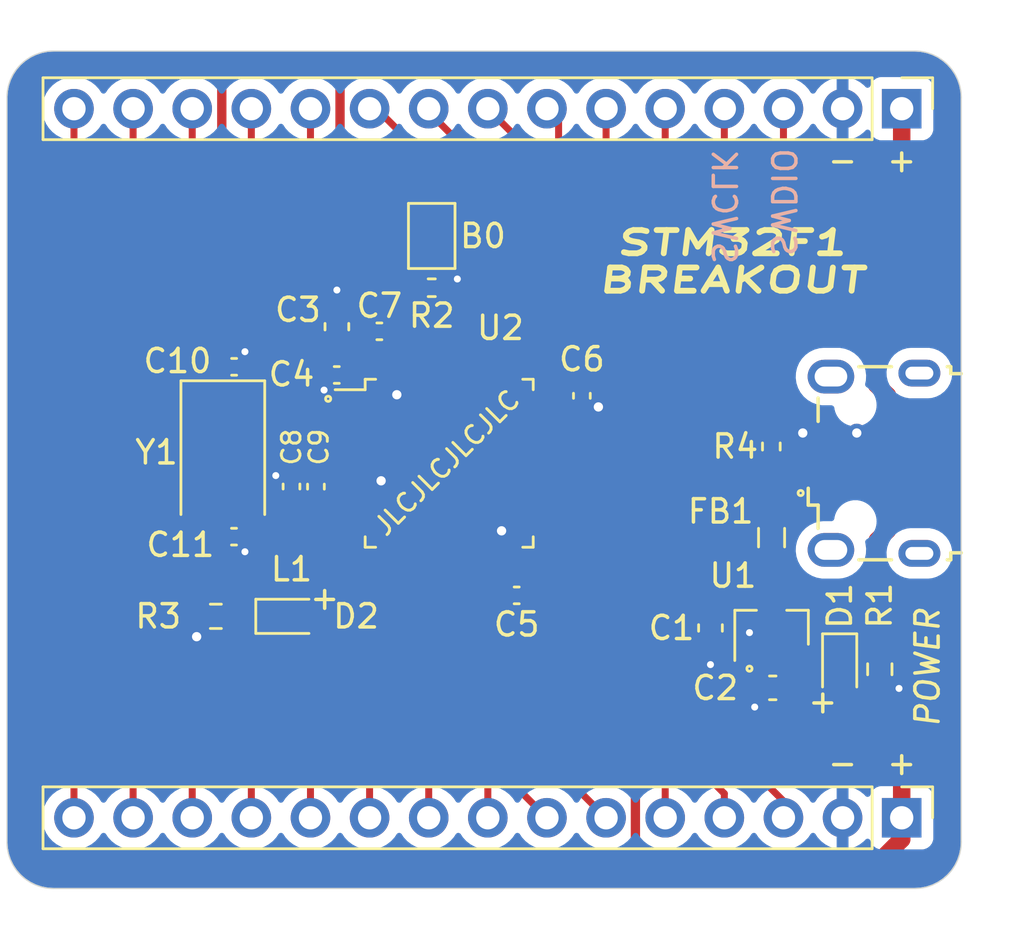
<source format=kicad_pcb>
(kicad_pcb (version 20221018) (generator pcbnew)
  (layers (0 "F.Cu" signal) (31 "B.Cu" signal) (34 "B.Paste" user) (35 "F.Paste" user) (36 "B.SilkS" user "B.Silkscreen") (37 "F.SilkS" user "F.Silkscreen") (38 "B.Mask" user) (39 "F.Mask" user) (44 "Edge.Cuts" user))
  (net 0 "")
  (net 1 "GND")
  (net 2 "VCC")
  (net 3 "+3.3V")
  (net 4 "+3.3VA")
  (net 5 "/HSE_OUT")
  (net 6 "/HSE_IN")
  (net 7 "Net-(D1-K)")
  (net 8 "Net-(D2-K)")
  (net 9 "Net-(D2-A)")
  (net 10 "+5V")
  (net 11 "USB_D+")
  (net 12 "USB_D-")
  (net 13 "PC15")
  (net 14 "PC14")
  (net 15 "PC13")
  (net 16 "PB9")
  (net 17 "PB8")
  (net 18 "PB7")
  (net 19 "PB6")
  (net 20 "PB5")
  (net 21 "PB4")
  (net 22 "SWO")
  (net 23 "SWDIO")
  (net 24 "SWCLK")
  (net 25 "PA3")
  (net 26 "PA4")
  (net 27 "PA5")
  (net 28 "PA6")
  (net 29 "PA7")
  (net 30 "PB0")
  (net 31 "PB1")
  (net 32 "PB2")
  (net 33 "PB10")
  (net 34 "PB11")
  (net 35 "PA8")
  (net 36 "PA9")
  (net 37 "PA10")
  (net 38 "/BOOT0")
  (net 39 "PA15")
  (footprint "Capacitor_SMD:C_0603_1608Metric" (layer "F.Cu") (at 83.225 52.8 -90)
    (fp_text reference "C1" (at 0 1.675) (layer "F.SilkS"))
    (fp_text value "1u")
    (pad "1" smd roundrect (at -0.775 0 270) (size 0.9 0.95) (layers "F.Cu" "F.Paste" "F.Mask") (net 2 "VCC"))
    (pad "2" smd roundrect (at 0.775 0 270) (size 0.9 0.95) (layers "F.Cu" "F.Paste" "F.Mask") (net 1 "GND"))
  )
  (footprint "Capacitor_SMD:C_0603_1608Metric" (layer "F.Cu") (at 85.9 55.375 180)
    (fp_text reference "C2" (at 2.47 -0.005) (layer "F.SilkS"))
    (fp_text value "1u")
    (pad "1" smd roundrect (at -0.775 0 180) (size 0.9 0.95) (layers "F.Cu" "F.Paste" "F.Mask") (net 3 "+3.3V"))
    (pad "2" smd roundrect (at 0.775 0 180) (size 0.9 0.95) (layers "F.Cu" "F.Paste" "F.Mask") (net 1 "GND"))
  )
  (footprint "Capacitor_SMD:C_0603_1608Metric" (layer "F.Cu") (at 67.175 39.85 90)
    (fp_text reference "C3" (at 0.725 -1.675 180) (layer "F.SilkS"))
    (fp_text value "4u7")
    (pad "1" smd roundrect (at -0.775 0 90) (size 0.9 0.95) (layers "F.Cu" "F.Paste" "F.Mask") (net 3 "+3.3V"))
    (pad "2" smd roundrect (at 0.775 0 90) (size 0.9 0.95) (layers "F.Cu" "F.Paste" "F.Mask") (net 1 "GND"))
  )
  (footprint "Capacitor_SMD:C_0402_1005Metric" (layer "F.Cu") (at 67.17 41.925 180)
    (fp_text reference "C4" (at 1.945 0.025 180) (layer "F.SilkS"))
    (fp_text value "100n")
    (pad "1" smd roundrect (at -0.48 0 180) (size 0.56 0.62) (layers "F.Cu" "F.Paste" "F.Mask") (net 3 "+3.3V"))
    (pad "2" smd roundrect (at 0.48 0 180) (size 0.56 0.62) (layers "F.Cu" "F.Paste" "F.Mask") (net 1 "GND"))
  )
  (footprint "Capacitor_SMD:C_0402_1005Metric" (layer "F.Cu") (at 74.9 51.4 180)
    (fp_text reference "C5" (at 0 -1.25) (layer "F.SilkS"))
    (fp_text value "100n")
    (pad "1" smd roundrect (at -0.48 0 180) (size 0.56 0.62) (layers "F.Cu" "F.Paste" "F.Mask") (net 3 "+3.3V"))
    (pad "2" smd roundrect (at 0.48 0 180) (size 0.56 0.62) (layers "F.Cu" "F.Paste" "F.Mask") (net 1 "GND"))
  )
  (footprint "Capacitor_SMD:C_0402_1005Metric" (layer "F.Cu") (at 77.7 42.82 -90)
    (fp_text reference "C6" (at -1.57 0 180) (layer "F.SilkS"))
    (fp_text value "100n")
    (pad "1" smd roundrect (at -0.48 0 270) (size 0.56 0.62) (layers "F.Cu" "F.Paste" "F.Mask") (net 3 "+3.3V"))
    (pad "2" smd roundrect (at 0.48 0 270) (size 0.56 0.62) (layers "F.Cu" "F.Paste" "F.Mask") (net 1 "GND"))
  )
  (footprint "Capacitor_SMD:C_0402_1005Metric" (layer "F.Cu") (at 69 40.05)
    (fp_text reference "C7" (at 0 -1.1) (layer "F.SilkS"))
    (fp_text value "100n")
    (pad "1" smd roundrect (at -0.48 0) (size 0.56 0.62) (layers "F.Cu" "F.Paste" "F.Mask") (net 3 "+3.3V"))
    (pad "2" smd roundrect (at 0.48 0) (size 0.56 0.62) (layers "F.Cu" "F.Paste" "F.Mask") (net 1 "GND"))
  )
  (footprint "Capacitor_SMD:C_0402_1005Metric" (layer "F.Cu") (at 65.225 46.72 90)
    (fp_text reference "C8" (at 1.695 0 90) (layer "F.SilkS") (effects (font (size 0.8 0.8) (thickness 0.125))))
    (fp_text value "1u")
    (pad "1" smd roundrect (at -0.48 0 90) (size 0.56 0.62) (layers "F.Cu" "F.Paste" "F.Mask") (net 4 "+3.3VA"))
    (pad "2" smd roundrect (at 0.48 0 90) (size 0.56 0.62) (layers "F.Cu" "F.Paste" "F.Mask") (net 1 "GND"))
  )
  (footprint "Capacitor_SMD:C_0402_1005Metric" (layer "F.Cu") (at 62.76 41.575)
    (fp_text reference "C10" (at -2.435 -0.25) (layer "F.SilkS"))
    (fp_text value "30p")
    (pad "1" smd roundrect (at -0.48 0) (size 0.56 0.62) (layers "F.Cu" "F.Paste" "F.Mask") (net 5 "/HSE_OUT"))
    (pad "2" smd roundrect (at 0.48 0) (size 0.56 0.62) (layers "F.Cu" "F.Paste" "F.Mask") (net 1 "GND"))
  )
  (footprint "Capacitor_SMD:C_0402_1005Metric" (layer "F.Cu") (at 62.755 48.875)
    (fp_text reference "C11" (at -2.305 0.35) (layer "F.SilkS"))
    (fp_text value "30p")
    (pad "1" smd roundrect (at -0.48 0) (size 0.56 0.62) (layers "F.Cu" "F.Paste" "F.Mask") (net 6 "/HSE_IN"))
    (pad "2" smd roundrect (at 0.48 0) (size 0.56 0.62) (layers "F.Cu" "F.Paste" "F.Mask") (net 1 "GND"))
  )
  (footprint "LED_SMD:LED_0603_1608Metric" (layer "F.Cu") (at 88.775 54.5375 -90)
    (fp_text reference "D1" (at -2.6875 -0.005 90) (layer "F.SilkS"))
    (fp_text value "GREEN")
    (pad "1" smd roundrect (at -0.7875 0 270) (size 0.875 0.95) (layers "F.Cu" "F.Paste" "F.Mask") (net 7 "Net-(D1-K)"))
    (pad "2" smd roundrect (at 0.7875 0 270) (size 0.875 0.95) (layers "F.Cu" "F.Paste" "F.Mask") (net 3 "+3.3V"))
  )
  (footprint "LED_SMD:LED_0603_1608Metric" (layer "F.Cu") (at 65.175 52.3)
    (fp_text reference "D2" (at 2.825 0) (layer "F.SilkS"))
    (fp_text value "BLUE")
    (pad "1" smd roundrect (at -0.7875 0) (size 0.875 0.95) (layers "F.Cu" "F.Paste" "F.Mask") (net 8 "Net-(D2-K)"))
    (pad "2" smd roundrect (at 0.7875 0) (size 0.875 0.95) (layers "F.Cu" "F.Paste" "F.Mask") (net 9 "Net-(D2-A)"))
  )
  (footprint "Inductor_SMD:L_0805_2012Metric" (layer "F.Cu") (at 85.85 48.9175 90)
    (fp_text reference "FB1" (at 1.1275 -2.19) (layer "F.SilkS"))
    (fp_text value "100R")
    (pad "1" smd roundrect (at -1.0625 0 90) (size 0.875 1.2) (layers "F.Cu" "F.Paste" "F.Mask") (net 2 "VCC"))
    (pad "2" smd roundrect (at 1.0625 0 90) (size 0.875 1.2) (layers "F.Cu" "F.Paste" "F.Mask") (net 10 "+5V"))
  )
  (footprint "Connector_PinHeader_2.54mm:PinHeader_1x15_P2.54mm_Vertical" (layer "F.Cu") (at 91.44 30.48 -90)
    (fp_text reference "J2")
    (fp_text value "Conn_01x15")
    (pad "1" thru_hole rect (at 0 0 270) (size 1.7 1.7) (drill 1) (layers "*.Cu" "*.Mask") (net 3 "+3.3V"))
    (pad "2" thru_hole oval (at 0 2.54 270) (size 1.7 1.7) (drill 1) (layers "*.Cu" "*.Mask") (net 1 "GND"))
    (pad "3" thru_hole oval (at 0 5.08 270) (size 1.7 1.7) (drill 1) (layers "*.Cu" "*.Mask") (net 23 "SWDIO"))
    (pad "4" thru_hole oval (at 0 7.62 270) (size 1.7 1.7) (drill 1) (layers "*.Cu" "*.Mask") (net 24 "SWCLK"))
    (pad "5" thru_hole oval (at 0 10.16 270) (size 1.7 1.7) (drill 1) (layers "*.Cu" "*.Mask") (net 39 "PA15"))
    (pad "6" thru_hole oval (at 0 12.7 270) (size 1.7 1.7) (drill 1) (layers "*.Cu" "*.Mask") (net 22 "SWO"))
    (pad "7" thru_hole oval (at 0 15.24 270) (size 1.7 1.7) (drill 1) (layers "*.Cu" "*.Mask") (net 21 "PB4"))
    (pad "8" thru_hole oval (at 0 17.78 270) (size 1.7 1.7) (drill 1) (layers "*.Cu" "*.Mask") (net 20 "PB5"))
    (pad "9" thru_hole oval (at 0 20.32 270) (size 1.7 1.7) (drill 1) (layers "*.Cu" "*.Mask") (net 19 "PB6"))
    (pad "10" thru_hole oval (at 0 22.86 270) (size 1.7 1.7) (drill 1) (layers "*.Cu" "*.Mask") (net 18 "PB7"))
    (pad "11" thru_hole oval (at 0 25.4 270) (size 1.7 1.7) (drill 1) (layers "*.Cu" "*.Mask") (net 17 "PB8"))
    (pad "12" thru_hole oval (at 0 27.94 270) (size 1.7 1.7) (drill 1) (layers "*.Cu" "*.Mask") (net 16 "PB9"))
    (pad "13" thru_hole oval (at 0 30.48 270) (size 1.7 1.7) (drill 1) (layers "*.Cu" "*.Mask") (net 15 "PC13"))
    (pad "14" thru_hole oval (at 0 33.02 270) (size 1.7 1.7) (drill 1) (layers "*.Cu" "*.Mask") (net 14 "PC14"))
    (pad "15" thru_hole oval (at 0 35.56 270) (size 1.7 1.7) (drill 1) (layers "*.Cu" "*.Mask") (net 13 "PC15"))
  )
  (footprint "Jumper:SolderJumper-2_P1.3mm_Open_Pad1.0x1.5mm" (layer "F.Cu") (at 71.25 35.95 -90)
    (fp_text reference "JP1")
    (fp_text value "SolderJumper_2_Open")
    (pad "1" smd rect (at -0.65 0 270) (size 1 1.5) (layers "F.Cu" "F.Mask") (net 3 "+3.3V"))
    (pad "2" smd rect (at 0.65 0 270) (size 1 1.5) (layers "F.Cu" "F.Mask") (net 38 "/BOOT0"))
  )
  (footprint "Inductor_SMD:L_0402_1005Metric" (layer "F.Cu") (at 65.225 48.685 90)
    (fp_text reference "L1" (at -1.59 0 180) (layer "F.SilkS"))
    (fp_text value "27n")
    (pad "1" smd roundrect (at -0.485 0 90) (size 0.59 0.64) (layers "F.Cu" "F.Paste" "F.Mask") (net 3 "+3.3V"))
    (pad "2" smd roundrect (at 0.485 0 90) (size 0.59 0.64) (layers "F.Cu" "F.Paste" "F.Mask") (net 4 "+3.3VA"))
  )
  (footprint "Resistor_SMD:R_0603_1608Metric" (layer "F.Cu") (at 90.5 54.575 -90)
    (fp_text reference "R1" (at -2.735 0.01 90) (layer "F.SilkS"))
    (fp_text value "1k5")
    (pad "1" smd roundrect (at -0.825 0 270) (size 0.8 0.95) (layers "F.Cu" "F.Paste" "F.Mask") (net 7 "Net-(D1-K)"))
    (pad "2" smd roundrect (at 0.825 0 270) (size 0.8 0.95) (layers "F.Cu" "F.Paste" "F.Mask") (net 1 "GND"))
  )
  (footprint "Resistor_SMD:R_0402_1005Metric" (layer "F.Cu") (at 71.25 38.175)
    (fp_text reference "R2" (at 0 1.2) (layer "F.SilkS"))
    (fp_text value "10k")
    (pad "1" smd roundrect (at -0.51 0) (size 0.54 0.64) (layers "F.Cu" "F.Paste" "F.Mask") (net 38 "/BOOT0"))
    (pad "2" smd roundrect (at 0.51 0) (size 0.54 0.64) (layers "F.Cu" "F.Paste" "F.Mask") (net 1 "GND"))
  )
  (footprint "Resistor_SMD:R_0603_1608Metric" (layer "F.Cu") (at 61.975 52.3 180)
    (fp_text reference "R3" (at 2.475 0) (layer "F.SilkS"))
    (fp_text value "1k5")
    (pad "1" smd roundrect (at -0.825 0 180) (size 0.8 0.95) (layers "F.Cu" "F.Paste" "F.Mask") (net 8 "Net-(D2-K)"))
    (pad "2" smd roundrect (at 0.825 0 180) (size 0.8 0.95) (layers "F.Cu" "F.Paste" "F.Mask") (net 1 "GND"))
  )
  (footprint "Package_TO_SOT_SMD:SOT-23" (layer "F.Cu") (at 85.85 52.8 90)
    (fp_text reference "U1" (at 2.25 -1.66 180) (layer "F.SilkS"))
    (fp_text value "XC6206P332MR")
    (pad "1" smd rect (at -1 -0.95 90) (size 0.9 0.8) (layers "F.Cu" "F.Paste" "F.Mask") (net 1 "GND"))
    (pad "2" smd rect (at -1 0.95 90) (size 0.9 0.8) (layers "F.Cu" "F.Paste" "F.Mask") (net 3 "+3.3V"))
    (pad "3" smd rect (at 1 0 90) (size 0.9 0.8) (layers "F.Cu" "F.Paste" "F.Mask") (net 2 "VCC"))
  )
  (footprint "Package_QFP:LQFP-48_7x7mm_P0.5mm" (layer "F.Cu") (at 72 45.72)
    (fp_text reference "U2" (at 2.2 -5.82) (layer "F.SilkS"))
    (fp_text value "STM32F103C8T6")
    (pad "1" smd roundrect (at -4.1625 -2.75) (size 1.475 0.3) (layers "F.Cu" "F.Paste" "F.Mask") (net 3 "+3.3V"))
    (pad "2" smd roundrect (at -4.1625 -2.25) (size 1.475 0.3) (layers "F.Cu" "F.Paste" "F.Mask") (net 15 "PC13"))
    (pad "3" smd roundrect (at -4.1625 -1.75) (size 1.475 0.3) (layers "F.Cu" "F.Paste" "F.Mask") (net 14 "PC14"))
    (pad "4" smd roundrect (at -4.1625 -1.25) (size 1.475 0.3) (layers "F.Cu" "F.Paste" "F.Mask") (net 13 "PC15"))
    (pad "5" smd roundrect (at -4.1625 -0.75) (size 1.475 0.3) (layers "F.Cu" "F.Paste" "F.Mask") (net 5 "/HSE_OUT"))
    (pad "6" smd roundrect (at -4.1625 -0.25) (size 1.475 0.3) (layers "F.Cu" "F.Paste" "F.Mask") (net 6 "/HSE_IN"))
    (pad "7" smd roundrect (at -4.1625 0.25) (size 1.475 0.3) (layers "F.Cu" "F.Paste" "F.Mask"))
    (pad "8" smd roundrect (at -4.1625 0.75) (size 1.475 0.3) (layers "F.Cu" "F.Paste" "F.Mask") (net 1 "GND"))
    (pad "9" smd roundrect (at -4.1625 1.25) (size 1.475 0.3) (layers "F.Cu" "F.Paste" "F.Mask") (net 4 "+3.3VA"))
    (pad "10" smd roundrect (at -4.1625 1.75) (size 1.475 0.3) (layers "F.Cu" "F.Paste" "F.Mask"))
    (pad "11" smd roundrect (at -4.1625 2.25) (size 1.475 0.3) (layers "F.Cu" "F.Paste" "F.Mask") (net 9 "Net-(D2-A)"))
    (pad "12" smd roundrect (at -4.1625 2.75) (size 1.475 0.3) (layers "F.Cu" "F.Paste" "F.Mask"))
    (pad "13" smd roundrect (at -2.75 4.1625) (size 0.3 1.475) (layers "F.Cu" "F.Paste" "F.Mask") (net 25 "PA3"))
    (pad "14" smd roundrect (at -2.25 4.1625) (size 0.3 1.475) (layers "F.Cu" "F.Paste" "F.Mask") (net 26 "PA4"))
    (pad "15" smd roundrect (at -1.75 4.1625) (size 0.3 1.475) (layers "F.Cu" "F.Paste" "F.Mask") (net 27 "PA5"))
    (pad "16" smd roundrect (at -1.25 4.1625) (size 0.3 1.475) (layers "F.Cu" "F.Paste" "F.Mask") (net 28 "PA6"))
    (pad "17" smd roundrect (at -0.75 4.1625) (size 0.3 1.475) (layers "F.Cu" "F.Paste" "F.Mask") (net 29 "PA7"))
    (pad "18" smd roundrect (at -0.25 4.1625) (size 0.3 1.475) (layers "F.Cu" "F.Paste" "F.Mask") (net 30 "PB0"))
    (pad "19" smd roundrect (at 0.25 4.1625) (size 0.3 1.475) (layers "F.Cu" "F.Paste" "F.Mask") (net 31 "PB1"))
    (pad "20" smd roundrect (at 0.75 4.1625) (size 0.3 1.475) (layers "F.Cu" "F.Paste" "F.Mask") (net 32 "PB2"))
    (pad "21" smd roundrect (at 1.25 4.1625) (size 0.3 1.475) (layers "F.Cu" "F.Paste" "F.Mask") (net 33 "PB10"))
    (pad "22" smd roundrect (at 1.75 4.1625) (size 0.3 1.475) (layers "F.Cu" "F.Paste" "F.Mask") (net 34 "PB11"))
    (pad "23" smd roundrect (at 2.25 4.1625) (size 0.3 1.475) (layers "F.Cu" "F.Paste" "F.Mask") (net 1 "GND"))
    (pad "24" smd roundrect (at 2.75 4.1625) (size 0.3 1.475) (layers "F.Cu" "F.Paste" "F.Mask") (net 3 "+3.3V"))
    (pad "25" smd roundrect (at 4.1625 2.75) (size 1.475 0.3) (layers "F.Cu" "F.Paste" "F.Mask"))
    (pad "26" smd roundrect (at 4.1625 2.25) (size 1.475 0.3) (layers "F.Cu" "F.Paste" "F.Mask"))
    (pad "27" smd roundrect (at 4.1625 1.75) (size 1.475 0.3) (layers "F.Cu" "F.Paste" "F.Mask"))
    (pad "28" smd roundrect (at 4.1625 1.25) (size 1.475 0.3) (layers "F.Cu" "F.Paste" "F.Mask"))
    (pad "29" smd roundrect (at 4.1625 0.75) (size 1.475 0.3) (layers "F.Cu" "F.Paste" "F.Mask") (net 35 "PA8"))
    (pad "30" smd roundrect (at 4.1625 0.25) (size 1.475 0.3) (layers "F.Cu" "F.Paste" "F.Mask") (net 36 "PA9"))
    (pad "31" smd roundrect (at 4.1625 -0.25) (size 1.475 0.3) (layers "F.Cu" "F.Paste" "F.Mask") (net 37 "PA10"))
    (pad "32" smd roundrect (at 4.1625 -0.75) (size 1.475 0.3) (layers "F.Cu" "F.Paste" "F.Mask") (net 12 "USB_D-"))
    (pad "33" smd roundrect (at 4.1625 -1.25) (size 1.475 0.3) (layers "F.Cu" "F.Paste" "F.Mask") (net 11 "USB_D+"))
    (pad "34" smd roundrect (at 4.1625 -1.75) (size 1.475 0.3) (layers "F.Cu" "F.Paste" "F.Mask") (net 23 "SWDIO"))
    (pad "35" smd roundrect (at 4.1625 -2.25) (size 1.475 0.3) (layers "F.Cu" "F.Paste" "F.Mask") (net 1 "GND"))
    (pad "36" smd roundrect (at 4.1625 -2.75) (size 1.475 0.3) (layers "F.Cu" "F.Paste" "F.Mask") (net 3 "+3.3V"))
    (pad "37" smd roundrect (at 2.75 -4.1625) (size 0.3 1.475) (layers "F.Cu" "F.Paste" "F.Mask") (net 24 "SWCLK"))
    (pad "38" smd roundrect (at 2.25 -4.1625) (size 0.3 1.475) (layers "F.Cu" "F.Paste" "F.Mask") (net 39 "PA15"))
    (pad "39" smd roundrect (at 1.75 -4.1625) (size 0.3 1.475) (layers "F.Cu" "F.Paste" "F.Mask") (net 22 "SWO"))
    (pad "40" smd roundrect (at 1.25 -4.1625) (size 0.3 1.475) (layers "F.Cu" "F.Paste" "F.Mask") (net 21 "PB4"))
    (pad "41" smd roundrect (at 0.75 -4.1625) (size 0.3 1.475) (layers "F.Cu" "F.Paste" "F.Mask") (net 20 "PB5"))
    (pad "42" smd roundrect (at 0.25 -4.1625) (size 0.3 1.475) (layers "F.Cu" "F.Paste" "F.Mask") (net 19 "PB6"))
    (pad "43" smd roundrect (at -0.25 -4.1625) (size 0.3 1.475) (layers "F.Cu" "F.Paste" "F.Mask") (net 18 "PB7"))
    (pad "44" smd roundrect (at -0.75 -4.1625) (size 0.3 1.475) (layers "F.Cu" "F.Paste" "F.Mask") (net 38 "/BOOT0"))
    (pad "45" smd roundrect (at -1.25 -4.1625) (size 0.3 1.475) (layers "F.Cu" "F.Paste" "F.Mask") (net 17 "PB8"))
    (pad "46" smd roundrect (at -1.75 -4.1625) (size 0.3 1.475) (layers "F.Cu" "F.Paste" "F.Mask") (net 16 "PB9"))
    (pad "47" smd roundrect (at -2.25 -4.1625) (size 0.3 1.475) (layers "F.Cu" "F.Paste" "F.Mask") (net 1 "GND"))
    (pad "48" smd roundrect (at -2.75 -4.1625) (size 0.3 1.475) (layers "F.Cu" "F.Paste" "F.Mask") (net 3 "+3.3V"))
  )
  (footprint "Crystal:Crystal_SMD_5032-2Pin_5.0x3.2mm" (layer "F.Cu") (at 62.275 45.225 -90)
    (fp_text reference "Y1" (at 0.025 2.85) (layer "F.SilkS"))
    (fp_text value "8MHz")
    (pad "1" smd rect (at -1.85 0 270) (size 2 2.4) (layers "F.Cu" "F.Paste" "F.Mask") (net 5 "/HSE_OUT"))
    (pad "2" smd rect (at 1.85 0 270) (size 2 2.4) (layers "F.Cu" "F.Paste" "F.Mask") (net 6 "/HSE_IN"))
  )
  (footprint "Connector_USB:USB_Micro-B_Wuerth_629105150521" (layer "F.Cu") (at 90.25 45.72 90)
    (fp_text reference "J1")
    (fp_text value "USB_B_Micro")
    (pad "" np_thru_hole oval (at -2.5 -0.8 90) (size 0.8 0.8) (drill 0.8) (layers "*.Cu" "*.Mask"))
    (pad "" np_thru_hole oval (at 2.5 -0.8 90) (size 0.8 0.8) (drill 0.8) (layers "*.Cu" "*.Mask"))
    (pad "1" smd rect (at -1.3 -1.9 90) (size 0.45 1.3) (layers "F.Cu" "F.Paste" "F.Mask") (net 10 "+5V"))
    (pad "2" smd rect (at -0.65 -1.9 90) (size 0.45 1.3) (layers "F.Cu" "F.Paste" "F.Mask") (net 12 "USB_D-"))
    (pad "3" smd rect (at 0 -1.9 90) (size 0.45 1.3) (layers "F.Cu" "F.Paste" "F.Mask") (net 11 "USB_D+"))
    (pad "4" smd rect (at 0.65 -1.9 90) (size 0.45 1.3) (layers "F.Cu" "F.Paste" "F.Mask"))
    (pad "5" smd rect (at 1.3 -1.9 90) (size 0.45 1.3) (layers "F.Cu" "F.Paste" "F.Mask") (net 1 "GND"))
    (pad "6" thru_hole oval (at -3.875 1.95 90) (size 1.15 1.8) (drill oval 0.55 1.2) (layers "*.Cu" "*.Mask"))
    (pad "6" thru_hole oval (at -3.725 -1.85 90) (size 1.45 2) (drill oval 0.85 1.4) (layers "*.Cu" "*.Mask"))
    (pad "6" thru_hole oval (at 3.725 -1.85 90) (size 1.45 2) (drill oval 0.85 1.4) (layers "*.Cu" "*.Mask"))
    (pad "6" thru_hole oval (at 3.875 1.95 90) (size 1.15 1.8) (drill oval 0.55 1.2) (layers "*.Cu" "*.Mask"))
  )
  (footprint "Capacitor_SMD:C_0402_1005Metric" (layer "F.Cu") (at 66.275 46.725 90)
    (fp_text reference "C9" (at 1.7 0.125 90) (layer "F.SilkS") (effects (font (size 0.8 0.8) (thickness 0.125))))
    (fp_text value "100n")
    (pad "1" smd roundrect (at -0.48 0 90) (size 0.56 0.62) (layers "F.Cu" "F.Paste" "F.Mask") (net 4 "+3.3VA"))
    (pad "2" smd roundrect (at 0.48 0 90) (size 0.56 0.62) (layers "F.Cu" "F.Paste" "F.Mask") (net 1 "GND"))
  )
  (footprint "Resistor_SMD:R_0402_1005Metric" (layer "F.Cu") (at 85.84 45 -90)
    (fp_text reference "R4" (at 0 1.55 180) (layer "F.SilkS"))
    (fp_text value "1k5")
    (pad "1" smd roundrect (at -0.51 0 270) (size 0.54 0.64) (layers "F.Cu" "F.Paste" "F.Mask") (net 3 "+3.3V"))
    (pad "2" smd roundrect (at 0.51 0 270) (size 0.54 0.64) (layers "F.Cu" "F.Paste" "F.Mask") (net 11 "USB_D+"))
  )
  (footprint "Connector_PinHeader_2.54mm:PinHeader_1x15_P2.54mm_Vertical" (layer "F.Cu") (at 91.44 60.96 -90)
    (fp_text reference "J3")
    (fp_text value "Conn_01x15")
    (pad "1" thru_hole rect (at 0 0 270) (size 1.7 1.7) (drill 1) (layers "*.Cu" "*.Mask") (net 3 "+3.3V"))
    (pad "2" thru_hole oval (at 0 2.54 270) (size 1.7 1.7) (drill 1) (layers "*.Cu" "*.Mask") (net 1 "GND"))
    (pad "3" thru_hole oval (at 0 5.08 270) (size 1.7 1.7) (drill 1) (layers "*.Cu" "*.Mask") (net 37 "PA10"))
    (pad "4" thru_hole oval (at 0 7.62 270) (size 1.7 1.7) (drill 1) (layers "*.Cu" "*.Mask") (net 36 "PA9"))
    (pad "5" thru_hole oval (at 0 10.16 270) (size 1.7 1.7) (drill 1) (layers "*.Cu" "*.Mask") (net 35 "PA8"))
    (pad "6" thru_hole oval (at 0 12.7 270) (size 1.7 1.7) (drill 1) (layers "*.Cu" "*.Mask") (net 34 "PB11"))
    (pad "7" thru_hole oval (at 0 15.24 270) (size 1.7 1.7) (drill 1) (layers "*.Cu" "*.Mask") (net 33 "PB10"))
    (pad "8" thru_hole oval (at 0 17.78 270) (size 1.7 1.7) (drill 1) (layers "*.Cu" "*.Mask") (net 32 "PB2"))
    (pad "9" thru_hole oval (at 0 20.32 270) (size 1.7 1.7) (drill 1) (layers "*.Cu" "*.Mask") (net 31 "PB1"))
    (pad "10" thru_hole oval (at 0 22.86 270) (size 1.7 1.7) (drill 1) (layers "*.Cu" "*.Mask") (net 30 "PB0"))
    (pad "11" thru_hole oval (at 0 25.4 270) (size 1.7 1.7) (drill 1) (layers "*.Cu" "*.Mask") (net 29 "PA7"))
    (pad "12" thru_hole oval (at 0 27.94 270) (size 1.7 1.7) (drill 1) (layers "*.Cu" "*.Mask") (net 28 "PA6"))
    (pad "13" thru_hole oval (at 0 30.48 270) (size 1.7 1.7) (drill 1) (layers "*.Cu" "*.Mask") (net 27 "PA5"))
    (pad "14" thru_hole oval (at 0 33.02 270) (size 1.7 1.7) (drill 1) (layers "*.Cu" "*.Mask") (net 26 "PA4"))
    (pad "15" thru_hole oval (at 0 35.56 270) (size 1.7 1.7) (drill 1) (layers "*.Cu" "*.Mask") (net 25 "PA3"))
  )
  (gr_circle (center 84.9 54.55) (end 84.9 54.6) (stroke (width 0.12)) (fill none) (layer "F.SilkS"))
  (gr_circle (center 87.1 47) (end 87.1 47.05) (stroke (width 0.12)) (fill none) (layer "F.SilkS"))
  (gr_circle (center 66.8 42.95) (end 66.8 43) (stroke (width 0.12)) (fill none) (layer "F.SilkS"))
  (gr_line (start 55 28) (end 92 28) (stroke (width 0.05)) (layer "Edge.Cuts"))
  (gr_arc (start 53 30) (mid 53.585786 28.585786) (end 55 28) (stroke (width 0.05)) (layer "Edge.Cuts"))
  (gr_arc (start 92 28) (mid 93.414214 28.585786) (end 94 30) (stroke (width 0.05)) (layer "Edge.Cuts"))
  (gr_line (start 53 62) (end 53 30) (stroke (width 0.05)) (layer "Edge.Cuts"))
  (gr_line (start 92 64) (end 55 64) (stroke (width 0.05)) (layer "Edge.Cuts"))
  (gr_arc (start 94 62) (mid 93.414214 63.414214) (end 92 64) (stroke (width 0.05)) (layer "Edge.Cuts"))
  (gr_line (start 94 30) (end 94 62) (stroke (width 0.05)) (layer "Edge.Cuts"))
  (gr_arc (start 55 64) (mid 53.585786 63.414214) (end 53 62) (stroke (width 0.05)) (layer "Edge.Cuts"))
  (gr_text "SWDIO\n" (at 86.35 34.5 270) (layer "B.SilkS") (effects (font (size 1 1)) (justify mirror)))
  (gr_text "SWCLK" (at 83.8 34.7 270) (layer "B.SilkS") (effects (font (size 1 1)) (justify mirror)))
  (gr_text "-" (at 88.9 58.6) (layer "F.SilkS") (effects (font (size 1 1))))
  (gr_text "+" (at 88.05 55.95) (layer "F.SilkS") (effects (font (size 1 1))))
  (gr_text "+" (at 66.65 51.5) (layer "F.SilkS") (effects (font (size 1 1))))
  (gr_text "-" (at 88.9 32.69) (layer "F.SilkS") (effects (font (size 1 1))))
  (gr_text "+" (at 91.44 32.69) (layer "F.SilkS") (effects (font (size 1 1))))
  (gr_text "STM32F1\nBREAKOUT" (at 84.15 37.05) (layer "F.SilkS") (effects (font (size 1 1.5) (thickness 0.25) italic)))
  (gr_text "B0" (at 73.45 35.95) (layer "F.SilkS") (effects (font (size 1 1))))
  (gr_text "POWER" (at 92.55 54.5 90) (layer "F.SilkS") (effects (font (size 1 1) (thickness 0.15) italic)))
  (gr_text "JLCJLCJLCJLC" (at 71.9 45.7 45) (layer "F.SilkS") (effects (font (size 0.8 0.8) (thickness 0.125))))
  (gr_text "+" (at 91.44 58.6) (layer "F.SilkS") (effects (font (size 1 1))))
  (segment (start 83.275 53.625) (end 83.225 53.575) (width 0.75) (layer "F.Cu") (net 1))
  (segment (start 72.35 37.8) (end 72.135 37.8) (width 0.5) (layer "F.Cu") (net 1))
  (segment (start 84.9 53.8) (end 84.9 53) (width 0.75) (layer "F.Cu") (net 1))
  (segment (start 66.275 46.245) (end 64.555 46.245) (width 0.5) (layer "F.Cu") (net 1))
  (segment (start 84.9 55.15) (end 85.125 55.375) (width 0.75) (layer "F.Cu") (net 1))
  (segment (start 64.555 46.245) (end 64.55 46.25) (width 0.5) (layer "F.Cu") (net 1))
  (segment (start 61.15 52.3) (end 61.15 53.175) (width 0.5) (layer "F.Cu") (net 1))
  (segment (start 77.7 43.3) (end 78.41 43.3) (width 0.5) (layer "F.Cu") (net 1))
  (segment (start 90.5 55.4) (end 91.29999 55.4) (width 0.75) (layer "F.Cu") (net 1))
  (segment (start 63.24 41.575) (end 63.24 40.94) (width 0.5) (layer "F.Cu") (net 1))
  (segment (start 76.1625 43.47) (end 77.53 43.47) (width 0.3) (layer "F.Cu") (net 1))
  (segment (start 63.235 49.515) (end 63.225 49.525) (width 0.5) (layer "F.Cu") (net 1))
  (segment (start 69.75 40.32) (end 69.48 40.05) (width 0.3) (layer "F.Cu") (net 1))
  (segment (start 69.75 41.5575) (end 69.75 40.32) (width 0.3) (layer "F.Cu") (net 1))
  (segment (start 66.5 46.47) (end 66.275 46.245) (width 0.3) (layer "F.Cu") (net 1))
  (segment (start 87.19 44.42) (end 89.51 44.42) (width 0.4) (layer "F.Cu") (net 1))
  (segment (start 67.8375 46.47) (end 69.07 46.47) (width 0.3) (layer "F.Cu") (net 1))
  (segment (start 69.75 41.5575) (end 69.75 42.775) (width 0.3) (layer "F.Cu") (net 1))
  (segment (start 77.53 43.47) (end 77.7 43.3) (width 0.3) (layer "F.Cu") (net 1))
  (segment (start 63.235 48.875) (end 63.235 49.515) (width 0.5) (layer "F.Cu") (net 1))
  (segment (start 66.625 42.575) (end 66.625 41.99) (width 0.5) (layer "F.Cu") (net 1))
  (segment (start 66.625 41.99) (end 66.69 41.925) (width 0.5) (layer "F.Cu") (net 1))
  (segment (start 63.24 40.94) (end 63.225 40.925) (width 0.5) (layer "F.Cu") (net 1))
  (segment (start 72.135 37.8) (end 71.76 38.175) (width 0.5) (layer "F.Cu") (net 1))
  (segment (start 67.175 38.275) (end 67.175 39.075) (width 0.5) (layer "F.Cu") (net 1))
  (segment (start 83.45 53.8) (end 83.275 53.625) (width 0.75) (layer "F.Cu") (net 1))
  (segment (start 84.9 53.8) (end 83.45 53.8) (width 0.75) (layer "F.Cu") (net 1))
  (segment (start 74.25 49.8825) (end 74.25 48.625) (width 0.3) (layer "F.Cu") (net 1))
  (segment (start 74.25 51.23) (end 74.42 51.4) (width 0.3) (layer "F.Cu") (net 1))
  (segment (start 69.07 46.47) (end 69.075 46.475) (width 0.3) (layer "F.Cu") (net 1))
  (segment (start 74.25 49.8825) (end 74.25 51.23) (width 0.3) (layer "F.Cu") (net 1))
  (segment (start 67.8375 46.47) (end 66.5 46.47) (width 0.3) (layer "F.Cu") (net 1))
  (segment (start 83.225 53.575) (end 83.225 54.375) (width 0.75) (layer "F.Cu") (net 1))
  (segment (start 85.125 55.375) (end 85.125 56.2) (width 0.75) (layer "F.Cu") (net 1))
  (segment (start 84.9 53.8) (end 84.9 55.15) (width 0.75) (layer "F.Cu") (net 1))
  (via (at 85.125 56.2) (size 0.7) (drill 0.3) (layers "F.Cu" "B.Cu") (net 1))
  (via (at 87.19 44.42) (size 0.8) (drill 0.4) (layers "F.Cu" "B.Cu") (net 1))
  (via (at 67.175 38.275) (size 0.7) (drill 0.3) (layers "F.Cu" "B.Cu") (net 1))
  (via (at 61.15 53.175) (size 0.8) (drill 0.4) (layers "F.Cu" "B.Cu") (net 1))
  (via (at 83.225 54.375) (size 0.7) (drill 0.3) (layers "F.Cu" "B.Cu") (net 1))
  (via (at 74.25 48.625) (size 0.8) (drill 0.4) (layers "F.Cu" "B.Cu") (net 1))
  (via (at 66.625 42.575) (size 0.7) (drill 0.3) (layers "F.Cu" "B.Cu") (net 1))
  (via (at 91.325 55.4) (size 0.7) (drill 0.3) (layers "F.Cu" "B.Cu") (net 1))
  (via (at 78.41 43.3) (size 0.8) (drill 0.4) (layers "F.Cu" "B.Cu") (net 1))
  (via (at 63.225 49.525) (size 0.7) (drill 0.3) (layers "F.Cu" "B.Cu") (net 1))
  (via (at 63.225 40.925) (size 0.7) (drill 0.3) (layers "F.Cu" "B.Cu") (net 1))
  (via (at 89.51 44.42) (size 0.8) (drill 0.4) (layers "F.Cu" "B.Cu") (net 1))
  (via (at 64.55 46.25) (size 0.7) (drill 0.3) (layers "F.Cu" "B.Cu") (net 1))
  (via (at 69.75 42.775) (size 0.8) (drill 0.4) (layers "F.Cu" "B.Cu") (net 1))
  (via (at 72.35 37.8) (size 0.7) (drill 0.3) (layers "F.Cu" "B.Cu") (net 1))
  (via (at 84.9 53) (size 0.7) (drill 0.3) (layers "F.Cu" "B.Cu") (net 1))
  (via (at 69.075 46.475) (size 0.8) (drill 0.4) (layers "F.Cu" "B.Cu") (net 1))
  (segment (start 85.85 51.8) (end 85.45 51.8) (width 0.75) (layer "F.Cu") (net 2))
  (segment (start 85.85 51.8) (end 84.3 51.8) (width 0.75) (layer "F.Cu") (net 2))
  (segment (start 85.85 49.98) (end 85.85 51.8) (width 0.75) (layer "F.Cu") (net 2))
  (segment (start 84.3 51.8) (end 83.45 51.8) (width 0.75) (layer "F.Cu") (net 2))
  (segment (start 83.45 51.8) (end 83.225 52.025) (width 0.75) (layer "F.Cu") (net 2))
  (segment (start 67.65 41.1) (end 67.175 40.625) (width 0.5) (layer "F.Cu") (net 3))
  (segment (start 90.45 57.925) (end 91.365 57.925) (width 0.75) (layer "F.Cu") (net 3))
  (segment (start 69.25 40.85) (end 68.52 40.12) (width 0.3) (layer "F.Cu") (net 3))
  (segment (start 86.725 55.325) (end 86.675 55.375) (width 0.75) (layer "F.Cu") (net 3))
  (segment (start 77.83 57.54) (end 80 59.71) (width 0.4) (layer "F.Cu") (net 3))
  (segment (start 67.31 29.31) (end 66.825 28.825) (width 0.4) (layer "F.Cu") (net 3))
  (segment (start 86.675 55.375) (end 86.675 56.75) (width 0.75) (layer "F.Cu") (net 3))
  (segment (start 67.8375 42.97) (end 67.8375 42.1125) (width 0.3) (layer "F.Cu") (net 3))
  (segment (start 67.945 40.625) (end 68.52 40.05) (width 0.5) (layer "F.Cu") (net 3))
  (segment (start 66.485 28.825) (end 66.825 28.825) (width 0.75) (layer "F.Cu") (net 3))
  (segment (start 85.84 40.69) (end 85.84 43.63) (width 0.75) (layer "F.Cu") (net 3))
  (segment (start 85.84 43.63) (end 85.84 44.49) (width 0.5) (layer "F.Cu") (net 3))
  (segment (start 86.8 53.8) (end 86.8 55.25) (width 0.75) (layer "F.Cu") (net 3))
  (segment (start 91.44 61.885) (end 90.35 62.975) (width 0.75) (layer "F.Cu") (net 3))
  (segment (start 86.675 56.75) (end 87.85 57.925) (width 0.75) (layer "F.Cu") (net 3))
  (segment (start 62.23 33.94) (end 62.23 29.01) (width 0.4) (layer "F.Cu") (net 3))
  (segment (start 92.71 53.2) (end 90.39 50.88) (width 0.75) (layer "F.Cu") (net 3))
  (segment (start 76.1625 42.97) (end 76.93 42.97) (width 0.3) (layer "F.Cu") (net 3))
  (segment (start 54.8 28.825) (end 62.415 28.825) (width 0.75) (layer "F.Cu") (net 3))
  (segment (start 69.25 41.5575) (end 69.25 40.85) (width 0.3) (layer "F.Cu") (net 3))
  (segment (start 78.69 42.28) (end 81.36 39.61) (width 0.75) (layer "F.Cu") (net 3))
  (segment (start 80 59.71) (end 80 62.93) (width 0.4) (layer "F.Cu") (net 3))
  (segment (start 92.71 56.58) (end 92.71 53.2) (width 0.75) (layer "F.Cu") (net 3))
  (segment (start 90.83 42.81) (end 90.35 42.33) (width 0.75) (layer "F.Cu") (net 3))
  (segment (start 75.38 52.4) (end 77.83 54.85) (width 0.4) (layer "F.Cu") (net 3))
  (segment (start 91.44 60.96) (end 91.44 61.885) (width 0.75) (layer "F.Cu") (net 3))
  (segment (start 75.38 51.4) (end 75.38 52.4) (width 0.4) (layer "F.Cu") (net 3))
  (segment (start 91.365 57.925) (end 92.71 56.58) (width 0.75) (layer "F.Cu") (net 3))
  (segment (start 67.175 40.625) (end 67.945 40.625) (width 0.5) (layer "F.Cu") (net 3))
  (segment (start 89.24 39.61) (end 90.35 40.72) (width 0.75) (layer "F.Cu") (net 3))
  (segment (start 90.83 48.6) (end 90.83 42.81) (width 0.75) (layer "F.Cu") (net 3))
  (segment (start 86.85 39.68) (end 85.84 40.69) (width 0.75) (layer "F.Cu") (net 3))
  (segment (start 86.85 39.61) (end 86.85 39.68) (width 0.75) (layer "F.Cu") (net 3))
  (segment (start 90.35 62.975) (end 79.955 62.975) (width 0.75) (layer "F.Cu") (net 3))
  (segment (start 67.8375 42.1125) (end 67.65 41.925) (width 0.3) (layer "F.Cu") (net 3))
  (segment (start 88.775 55.325) (end 86.725 55.325) (width 0.75) (layer "F.Cu") (net 3))
  (segment (start 91.44 39.63) (end 90.35 40.72) (width 0.75) (layer "F.Cu") (net 3))
  (segment (start 74.75 49.8825) (end 74.75 50.65) (width 0.3) (layer "F.Cu") (net 3))
  (segment (start 74.75 50.65) (end 75.38 51.28) (width 0.3) (layer "F.Cu") (net 3))
  (segment (start 86.8 55.25) (end 86.675 55.375) (width 0.75) (layer "F.Cu") (net 3))
  (segment (start 67.175 40.625) (end 66.775 40.625) (width 0.4) (layer "F.Cu") (net 3))
  (segment (start 64.525 50.65) (end 65.125 50.05) (width 0.75) (layer "F.Cu") (net 3))
  (segment (start 66.225 37.935) (end 62.23 33.94) (width 0.4) (layer "F.Cu") (net 3))
  (segment (start 86.85 39.61) (end 89.24 39.61) (width 0.75) (layer "F.Cu") (net 3))
  (segment (start 77.83 54.85) (end 77.83 57.54) (width 0.4) (layer "F.Cu") (net 3))
  (segment (start 69.47 35.3) (end 67.31 33.14) (width 0.4) (layer "F.Cu") (net 3))
  (segment (start 79.955 62.975) (end 55 62.975) (width 0.75) (layer "F.Cu") (net 3))
  (segment (start 77.7 42.34) (end 78.63 42.34) (width 0.5) (layer "F.Cu") (net 3))
  (segment (start 66.775 40.625) (end 66.225 40.075) (width 0.4) (layer "F.Cu") (net 3))
  (segment (start 65.225 49.95) (end 65.125 50.05) (width 0.5) (layer "F.Cu") (net 3))
  (segment (start 87.85 57.925) (end 90.45 57.925) (width 0.75) (layer "F.Cu") (net 3))
  (segment (start 75.38 51.28) (end 75.38 51.4) (width 0.3) (layer "F.Cu") (net 3))
  (segment (start 90.45 57.925) (end 91.44 58.915) (width 0.75) (layer "F.Cu") (net 3))
  (segment (start 78.63 42.34) (end 78.69 42.28) (width 0.5) (layer "F.Cu") (net 3))
  (segment (start 77.56 42.34) (end 77.7 42.34) (width 0.3) (layer "F.Cu") (net 3))
  (segment (start 53.925 53.5) (end 53.925 29.7) (width 0.75) (layer "F.Cu") (net 3))
  (segment (start 91.44 58.915) (end 91.44 60.96) (width 0.75) (layer "F.Cu") (net 3))
  (segment (start 91.44 30.48) (end 91.44 39.63) (width 0.75) (layer "F.Cu") (net 3))
  (segment (start 62.415 28.825) (end 66.485 28.825) (width 0.75) (layer "F.Cu") (net 3))
  (segment (start 67.31 33.14) (end 67.31 29.31) (width 0.4) (layer "F.Cu") (net 3))
  (segment (start 53.925 53.5) (end 56.775 50.65) (width 0.75) (layer "F.Cu") (net 3))
  (segment (start 53.925 61.9) (end 53.925 53.5) (width 0.75) (layer "F.Cu") (net 3))
  (segment (start 90.39 50.88) (end 90.39 49.04) (width 0.75) (layer "F.Cu") (net 3))
  (segment (start 53.925 29.7) (end 54.8 28.825) (width 0.75) (layer "F.Cu") (net 3))
  (segment (start 76.93 42.97) (end 77.56 42.34) (width 0.3) (layer "F.Cu") (net 3))
  (segment (start 55 62.975) (end 53.925 61.9) (width 0.75) (layer "F.Cu") (net 3))
  (segment (start 80 62.93) (end 79.955 62.975) (width 0.4) (layer "F.Cu") (net 3))
  (segment (start 56.775 50.65) (end 64.525 50.65) (width 0.75) (layer "F.Cu") (net 3))
  (segment (start 65.225 49.17) (end 65.225 49.95) (width 0.5) (layer "F.Cu") (net 3))
  (segment (start 67.65 41.925) (end 67.65 41.1) (width 0.5) (layer "F.Cu") (net 3))
  (segment (start 66.225 40.075) (end 66.225 37.935) (width 0.4) (layer "F.Cu") (net 3))
  (segment (start 81.36 39.61) (end 86.85 39.61) (width 0.75) (layer "F.Cu") (net 3))
  (segment (start 62.23 29.01) (end 62.415 28.825) (width 0.4) (layer "F.Cu") (net 3))
  (segment (start 90.39 49.04) (end 90.83 48.6) (width 0.75) (layer "F.Cu") (net 3))
  (segment (start 90.35 42.33) (end 90.35 40.72) (width 0.75) (layer "F.Cu") (net 3))
  (segment (start 71.25 35.3) (end 69.47 35.3) (width 0.4) (layer "F.Cu") (net 3))
  (segment (start 68.52 40.12) (end 68.52 40.05) (width 0.3) (layer "F.Cu") (net 3))
  (segment (start 66.27 47.2) (end 66.275 47.205) (width 0.5) (layer "F.Cu") (net 4))
  (segment (start 67.8375 46.97) (end 66.51 46.97) (width 0.3) (layer "F.Cu") (net 4))
  (segment (start 65.225 47.2) (end 66.27 47.2) (width 0.5) (layer "F.Cu") (net 4))
  (segment (start 65.225 47.2) (end 65.225 48.2) (width 0.5) (layer "F.Cu") (net 4))
  (segment (start 66.51 46.97) (end 66.275 47.205) (width 0.3) (layer "F.Cu") (net 4))
  (segment (start 62.275 43.375) (end 62.275 41.58) (width 0.3) (layer "F.Cu") (net 5))
  (segment (start 63.675 43.375) (end 62.275 43.375) (width 0.3) (layer "F.Cu") (net 5))
  (segment (start 67.8375 44.97) (end 65.27 44.97) (width 0.3) (layer "F.Cu") (net 5))
  (segment (start 65.27 44.97) (end 63.675 43.375) (width 0.3) (layer "F.Cu") (net 5))
  (segment (start 62.275 41.58) (end 62.28 41.575) (width 0.3) (layer "F.Cu") (net 5))
  (segment (start 62.275 47.075) (end 62.275 48.875) (width 0.3) (layer "F.Cu") (net 6))
  (segment (start 63.88 45.47) (end 62.275 47.075) (width 0.3) (layer "F.Cu") (net 6))
  (segment (start 67.8375 45.47) (end 63.88 45.47) (width 0.3) (layer "F.Cu") (net 6))
  (segment (start 88.775 53.75) (end 90.5 53.75) (width 0.75) (layer "F.Cu") (net 7))
  (segment (start 62.8 52.3) (end 64.3875 52.3) (width 0.5) (layer "F.Cu") (net 8))
  (segment (start 66.63 47.97) (end 66.3 48.3) (width 0.3) (layer "F.Cu") (net 9))
  (segment (start 66.3 48.3) (end 66.3 51.9625) (width 0.3) (layer "F.Cu") (net 9))
  (segment (start 66.3 51.9625) (end 65.9625 52.3) (width 0.3) (layer "F.Cu") (net 9))
  (segment (start 67.8375 47.97) (end 66.63 47.97) (width 0.3) (layer "F.Cu") (net 9))
  (segment (start 88.35 47.44) (end 87.95 47.84) (width 0.5) (layer "F.Cu") (net 10))
  (segment (start 88.35 47.35) (end 88.35 47.44) (width 0.5) (layer "F.Cu") (net 10))
  (segment (start 88.35 47.02) (end 88.35 47.35) (width 0.4) (layer "F.Cu") (net 10))
  (segment (start 85.865 47.84) (end 85.85 47.855) (width 0.75) (layer "F.Cu") (net 10))
  (segment (start 87.52 47.84) (end 85.865 47.84) (width 0.75) (layer "F.Cu") (net 10))
  (segment (start 87.95 47.84) (end 87.52 47.84) (width 0.5) (layer "F.Cu") (net 10))
  (segment (start 81.99891 45.77) (end 80.64891 44.42) (width 0.3) (layer "F.Cu") (net 11))
  (segment (start 85.8 45.77) (end 81.99891 45.77) (width 0.3) (layer "F.Cu") (net 11))
  (segment (start 87.324999 45.77) (end 85.8 45.77) (width 0.3) (layer "F.Cu") (net 11))
  (segment (start 77.64 44.47) (end 77.69 44.42) (width 0.3) (layer "F.Cu") (net 11))
  (segment (start 85.84 45.73) (end 85.8 45.77) (width 0.3) (layer "F.Cu") (net 11))
  (segment (start 76.1625 44.47) (end 77.64 44.47) (width 0.3) (layer "F.Cu") (net 11))
  (segment (start 80.64891 44.42) (end 77.69 44.42) (width 0.3) (layer "F.Cu") (net 11))
  (segment (start 88.35 45.72) (end 87.374999 45.72) (width 0.3) (layer "F.Cu") (net 11))
  (segment (start 87.374999 45.72) (end 87.324999 45.77) (width 0.3) (layer "F.Cu") (net 11))
  (segment (start 85.84 45.51) (end 85.84 45.73) (width 0.3) (layer "F.Cu") (net 11))
  (segment (start 87.324999 46.32) (end 87.374999 46.37) (width 0.3) (layer "F.Cu") (net 12))
  (segment (start 80.42109 44.97) (end 81.77109 46.32) (width 0.3) (layer "F.Cu") (net 12))
  (segment (start 87.374999 46.37) (end 88.35 46.37) (width 0.3) (layer "F.Cu") (net 12))
  (segment (start 81.77109 46.32) (end 87.324999 46.32) (width 0.3) (layer "F.Cu") (net 12))
  (segment (start 76.1625 44.97) (end 80.42109 44.97) (width 0.3) (layer "F.Cu") (net 12))
  (segment (start 64.49998 41.09998) (end 55.88 32.48) (width 0.3) (layer "F.Cu") (net 13))
  (segment (start 65.97 44.47) (end 64.49998 42.99998) (width 0.3) (layer "F.Cu") (net 13))
  (segment (start 64.49998 42.99998) (end 64.49998 41.09998) (width 0.3) (layer "F.Cu") (net 13))
  (segment (start 55.88 32.48) (end 55.88 30.48) (width 0.3) (layer "F.Cu") (net 13))
  (segment (start 67.8375 44.47) (end 65.97 44.47) (width 0.3) (layer "F.Cu") (net 13))
  (segment (start 67.8375 43.97) (end 66.26288 43.97) (width 0.3) (layer "F.Cu") (net 14))
  (segment (start 64.99999 42.70711) (end 64.99999 39.69999) (width 0.3) (layer "F.Cu") (net 14))
  (segment (start 58.42 33.12) (end 58.42 30.48) (width 0.3) (layer "F.Cu") (net 14))
  (segment (start 64.99999 39.69999) (end 58.42 33.12) (width 0.3) (layer "F.Cu") (net 14))
  (segment (start 66.26288 43.97) (end 64.99999 42.70711) (width 0.3) (layer "F.Cu") (net 14))
  (segment (start 66.47 43.47) (end 65.5 42.5) (width 0.3) (layer "F.Cu") (net 15))
  (segment (start 67.8375 43.47) (end 66.47 43.47) (width 0.3) (layer "F.Cu") (net 15))
  (segment (start 65.5 38.4) (end 60.96 33.86) (width 0.3) (layer "F.Cu") (net 15))
  (segment (start 65.5 42.5) (end 65.5 38.4) (width 0.3) (layer "F.Cu") (net 15))
  (segment (start 60.96 33.86) (end 60.96 30.48) (width 0.3) (layer "F.Cu") (net 15))
  (segment (start 70.25 41.5575) (end 70.25 39.65) (width 0.3) (layer "F.Cu") (net 16))
  (segment (start 63.5 34.1) (end 63.5 30.48) (width 0.3) (layer "F.Cu") (net 16))
  (segment (start 67.7 37.1) (end 66.5 37.1) (width 0.3) (layer "F.Cu") (net 16))
  (segment (start 66.5 37.1) (end 63.5 34.1) (width 0.3) (layer "F.Cu") (net 16))
  (segment (start 70.25 39.65) (end 67.7 37.1) (width 0.3) (layer "F.Cu") (net 16))
  (segment (start 66.04 34.54) (end 66.04 30.48) (width 0.3) (layer "F.Cu") (net 17))
  (segment (start 70.75 41.5575) (end 70.75 39.25) (width 0.3) (layer "F.Cu") (net 17))
  (segment (start 70.75 39.25) (end 66.04 34.54) (width 0.3) (layer "F.Cu") (net 17))
  (segment (start 71.75 39.45) (end 73.1 38.1) (width 0.3) (layer "F.Cu") (net 18))
  (segment (start 73.1 34.7) (end 68.88 30.48) (width 0.3) (layer "F.Cu") (net 18))
  (segment (start 68.88 30.48) (end 68.58 30.48) (width 0.3) (layer "F.Cu") (net 18))
  (segment (start 73.1 38.1) (end 73.1 34.7) (width 0.3) (layer "F.Cu") (net 18))
  (segment (start 71.75 41.5575) (end 71.75 39.45) (width 0.3) (layer "F.Cu") (net 18))
  (segment (start 72.25 41.5575) (end 72.25 39.85712) (width 0.3) (layer "F.Cu") (net 19))
  (segment (start 71.12 30.62) (end 71.12 30.48) (width 0.3) (layer "F.Cu") (net 19))
  (segment (start 74.3 33.8) (end 71.12 30.62) (width 0.3) (layer "F.Cu") (net 19))
  (segment (start 72.25 39.85712) (end 74.3 37.80712) (width 0.3) (layer "F.Cu") (net 19))
  (segment (start 74.3 37.80712) (end 74.3 33.8) (width 0.3) (layer "F.Cu") (net 19))
  (segment (start 72.75 41.5575) (end 72.75 40.06424) (width 0.3) (layer "F.Cu") (net 20))
  (segment (start 72.75 40.06424) (end 75.4 37.41424) (width 0.3) (layer "F.Cu") (net 20))
  (segment (start 75.4 32.22) (end 73.66 30.48) (width 0.3) (layer "F.Cu") (net 20))
  (segment (start 75.4 37.41424) (end 75.4 32.22) (width 0.3) (layer "F.Cu") (net 20))
  (segment (start 73.25 40.27136) (end 76.7 36.82136) (width 0.3) (layer "F.Cu") (net 21))
  (segment (start 73.25 41.5575) (end 73.25 40.27136) (width 0.3) (layer "F.Cu") (net 21))
  (segment (start 76.7 36.82136) (end 76.7 30.98) (width 0.3) (layer "F.Cu") (net 21))
  (segment (start 76.7 30.98) (end 76.2 30.48) (width 0.3) (layer "F.Cu") (net 21))
  (segment (start 73.75 40.47848) (end 78.74 35.48848) (width 0.3) (layer "F.Cu") (net 22))
  (segment (start 78.74 33.94) (end 78.74 30.48) (width 0.3) (layer "F.Cu") (net 22))
  (segment (start 78.74 35.48848) (end 78.74 33.94) (width 0.3) (layer "F.Cu") (net 22))
  (segment (start 73.75 41.5575) (end 73.75 40.47848) (width 0.3) (layer "F.Cu") (net 22))
  (segment (start 76.37 42.14) (end 86.36 32.15) (width 0.3) (layer "F.Cu") (net 23))
  (segment (start 75.61 42.14) (end 76.37 42.14) (width 0.3) (layer "F.Cu") (net 23))
  (segment (start 74.9 42.85) (end 75.61 42.14) (width 0.3) (layer "F.Cu") (net 23))
  (segment (start 86.36 32.15) (end 86.36 30.48) (width 0.3) (layer "F.Cu") (net 23))
  (segment (start 76.1625 43.97) (end 75.26 43.97) (width 0.3) (layer "F.Cu") (net 23))
  (segment (start 74.9 43.61) (end 74.9 42.85) (width 0.3) (layer "F.Cu") (net 23))
  (segment (start 75.26 43.97) (end 74.9 43.61) (width 0.3) (layer "F.Cu") (net 23))
  (segment (start 83.82 32.97) (end 75.2325 41.5575) (width 0.3) (layer "F.Cu") (net 24))
  (segment (start 83.82 30.48) (end 83.82 32.97) (width 0.3) (layer "F.Cu") (net 24))
  (segment (start 75.2325 41.5575) (end 74.75 41.5575) (width 0.3) (layer "F.Cu") (net 24))
  (segment (start 60.1 54) (end 55.88 58.22) (width 0.3) (layer "F.Cu") (net 25))
  (segment (start 55.88 58.22) (end 55.88 60.96) (width 0.3) (layer "F.Cu") (net 25))
  (segment (start 66 54) (end 60.1 54) (width 0.3) (layer "F.Cu") (net 25))
  (segment (start 69.25 50.75) (end 66 54) (width 0.3) (layer "F.Cu") (net 25))
  (segment (start 69.25 49.8825) (end 69.25 50.75) (width 0.3) (layer "F.Cu") (net 25))
  (segment (start 60.7 55.1) (end 58.42 57.38) (width 0.3) (layer "F.Cu") (net 26))
  (segment (start 58.42 57.38) (end 58.42 60.96) (width 0.3) (layer "F.Cu") (net 26))
  (segment (start 66.3 55.1) (end 60.7 55.1) (width 0.3) (layer "F.Cu") (net 26))
  (segment (start 69.75 49.8825) (end 69.75 51.65) (width 0.3) (layer "F.Cu") (net 26))
  (segment (start 69.75 51.65) (end 66.3 55.1) (width 0.3) (layer "F.Cu") (net 26))
  (segment (start 62.6 56) (end 60.96 57.64) (width 0.3) (layer "F.Cu") (net 27))
  (segment (start 70.25 49.8825) (end 70.25 52.65) (width 0.3) (layer "F.Cu") (net 27))
  (segment (start 60.96 57.64) (end 60.96 60.96) (width 0.3) (layer "F.Cu") (net 27))
  (segment (start 70.25 52.65) (end 66.9 56) (width 0.3) (layer "F.Cu") (net 27))
  (segment (start 66.9 56) (end 62.6 56) (width 0.3) (layer "F.Cu") (net 27))
  (segment (start 64.7 56.9) (end 63.5 58.1) (width 0.3) (layer "F.Cu") (net 28))
  (segment (start 67.5 56.9) (end 64.7 56.9) (width 0.3) (layer "F.Cu") (net 28))
  (segment (start 63.5 58.1) (end 63.5 60.96) (width 0.3) (layer "F.Cu") (net 28))
  (segment (start 70.75 53.65) (end 67.5 56.9) (width 0.3) (layer "F.Cu") (net 28))
  (segment (start 70.75 49.8825) (end 70.75 53.65) (width 0.3) (layer "F.Cu") (net 28))
  (segment (start 71.25 54.65) (end 68 57.9) (width 0.3) (layer "F.Cu") (net 29))
  (segment (start 68 57.9) (end 66.6 57.9) (width 0.3) (layer "F.Cu") (net 29))
  (segment (start 71.25 49.8825) (end 71.25 54.65) (width 0.3) (layer "F.Cu") (net 29))
  (segment (start 66.6 57.9) (end 66.04 58.46) (width 0.3) (layer "F.Cu") (net 29))
  (segment (start 66.04 58.46) (end 66.04 60.96) (width 0.3) (layer "F.Cu") (net 29))
  (segment (start 71.75 55.65) (end 68.58 58.82) (width 0.3) (layer "F.Cu") (net 30))
  (segment (start 71.75 49.8825) (end 71.75 55.65) (width 0.3) (layer "F.Cu") (net 30))
  (segment (start 68.58 58.82) (end 68.58 60.96) (width 0.3) (layer "F.Cu") (net 30))
  (segment (start 71.12 58.38) (end 71.12 60.96) (width 0.3) (layer "F.Cu") (net 31))
  (segment (start 72.25 49.8825) (end 72.25 57.25) (width 0.3) (layer "F.Cu") (net 31))
  (segment (start 72.25 57.25) (end 71.12 58.38) (width 0.3) (layer "F.Cu") (net 31))
  (segment (start 72.75 49.8825) (end 72.75 54.05) (width 0.3) (layer "F.Cu") (net 32))
  (segment (start 73.66 54.96) (end 73.66 60.96) (width 0.3) (layer "F.Cu") (net 32))
  (segment (start 72.75 54.05) (end 73.66 54.96) (width 0.3) (layer "F.Cu") (net 32))
  (segment (start 75.1 55.35) (end 75.1 59.86) (width 0.3) (layer "F.Cu") (net 33))
  (segment (start 75.1 59.86) (end 76.2 60.96) (width 0.3) (layer "F.Cu") (net 33))
  (segment (start 73.25 49.8825) (end 73.25 53.5) (width 0.3) (layer "F.Cu") (net 33))
  (segment (start 73.25 53.5) (end 75.1 55.35) (width 0.3) (layer "F.Cu") (net 33))
  (segment (start 73.75 49.8825) (end 73.75 52.8) (width 0.3) (layer "F.Cu") (net 34))
  (segment (start 73.75 52.8) (end 76.3 55.35) (width 0.3) (layer "F.Cu") (net 34))
  (segment (start 76.3 55.35) (end 76.3 58.52) (width 0.3) (layer "F.Cu") (net 34))
  (segment (start 76.3 58.52) (end 78.74 60.96) (width 0.3) (layer "F.Cu") (net 34))
  (segment (start 81.28 58.93) (end 81.28 60.96) (width 0.3) (layer "F.Cu") (net 35))
  (segment (start 77.43 46.47) (end 78.11 47.15) (width 0.3) (layer "F.Cu") (net 35))
  (segment (start 78.11 47.15) (end 78.11 52.61) (width 0.3) (layer "F.Cu") (net 35))
  (segment (start 79.22 53.72) (end 79.22 56.87) (width 0.3) (layer "F.Cu") (net 35))
  (segment (start 76.1625 46.47) (end 77.43 46.47) (width 0.3) (layer "F.Cu") (net 35))
  (segment (start 79.22 56.87) (end 81.28 58.93) (width 0.3) (layer "F.Cu") (net 35))
  (segment (start 78.11 52.61) (end 79.22 53.72) (width 0.3) (layer "F.Cu") (net 35))
  (segment (start 79.34 47.24) (end 78.07 45.97) (width 0.3) (layer "F.Cu") (net 36))
  (segment (start 80.62 53.17) (end 79.34 51.89) (width 0.3) (layer "F.Cu") (net 36))
  (segment (start 80.62 56.72) (end 83.82 59.92) (width 0.3) (layer "F.Cu") (net 36))
  (segment (start 80.62 56.72) (end 80.62 53.17) (width 0.3) (layer "F.Cu") (net 36))
  (segment (start 83.82 59.92) (end 83.82 60.96) (width 0.3) (layer "F.Cu") (net 36))
  (segment (start 76.1625 45.97) (end 78.07 45.97) (width 0.3) (layer "F.Cu") (net 36))
  (segment (start 79.34 51.89) (end 79.34 47.24) (width 0.3) (layer "F.Cu") (net 36))
  (segment (start 86.36 60.46) (end 86.36 60.96) (width 0.3) (layer "F.Cu") (net 37))
  (segment (start 79.25 45.47) (end 80.8 47.02) (width 0.3) (layer "F.Cu") (net 37))
  (segment (start 86.36 60.24) (end 86.36 60.96) (width 0.3) (layer "F.Cu") (net 37))
  (segment (start 80.8 51.42) (end 81.89 52.51) (width 0.3) (layer "F.Cu") (net 37))
  (segment (start 81.89 55.77) (end 86.36 60.24) (width 0.3) (layer "F.Cu") (net 37))
  (segment (start 80.8 47.02) (end 80.8 51.42) (width 0.3) (layer "F.Cu") (net 37))
  (segment (start 76.1625 45.47) (end 79.25 45.47) (width 0.3) (layer "F.Cu") (net 37))
  (segment (start 81.89 52.51) (end 81.89 55.77) (width 0.3) (layer "F.Cu") (net 37))
  (segment (start 70.74 37.11) (end 71.25 36.6) (width 0.5) (layer "F.Cu") (net 38))
  (segment (start 70.74 38.175) (end 70.74 37.11) (width 0.5) (layer "F.Cu") (net 38))
  (segment (start 71.25 38.685) (end 70.74 38.175) (width 0.3) (layer "F.Cu") (net 38))
  (segment (start 71.25 41.5575) (end 71.25 38.685) (width 0.3) (layer "F.Cu") (net 38))
  (segment (start 81.28 33.6556) (end 81.28 30.48) (width 0.3) (layer "F.Cu") (net 39))
  (segment (start 74.25 41.5575) (end 74.25 40.6856) (width 0.3) (layer "F.Cu") (net 39))
  (segment (start 74.25 40.6856) (end 81.28 33.6556) (width 0.3) (layer "F.Cu") (net 39))
  (zone (net 1) (net_name "GND") (layer "B.Cu") (connect_pads (clearance 0.508)) (min_thickness 0.254) (fill yes (thermal_gap 0.508) (thermal_bridge_width 0.508))
    (polygon (pts (xy 94 64) (xy 53 64) (xy 53 28) (xy 94 28)))
  )
)
</source>
